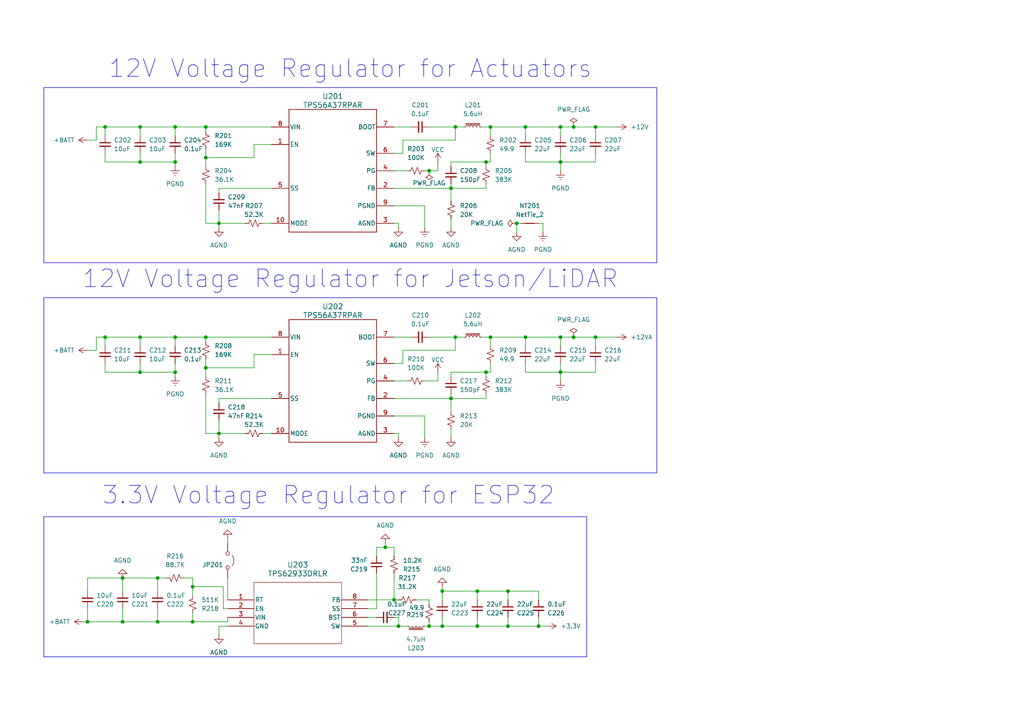
<source format=kicad_sch>
(kicad_sch (version 20250114) (generator "eeschema") (generator_version "9.0")
  (paper "A4")
  (title_block (title "NASA Lunabotics") (date "2026-01-25") (rev "3") (company "Virginia State University") (comment 1 "Christian Philpot"))
  (lib_symbols
    (symbol "Device:C_Small" (pin_numbers (hide yes)) (pin_names (offset 0.254) (hide yes))
      (property "Reference" "C" (at 0.254 1.778 0))
      (property "Value" "C_Small" (at 0.254 -2.032 0))
      (symbol "C_Small_0_1"
        (polyline (pts (xy -1.524 0.508) (xy 1.524 0.508)) (stroke (width 0.3048)))
        (polyline (pts (xy -1.524 -0.508) (xy 1.524 -0.508)) (stroke (width 0.3302)))
      )
      (symbol "C_Small_1_1"
        (pin passive line (at 0 2.54 270) (length 2.032) (name "~") (number "1"))
        (pin passive line (at 0 -2.54 90) (length 2.032) (name "~") (number "2"))
      )
    )
    (symbol "Device:L_Iron_Small" (pin_numbers (hide yes)) (pin_names (offset 0.254) (hide yes))
      (property "Reference" "L" (at 1.27 1.016 0))
      (property "Value" "L_Iron_Small" (at 1.27 -1.27 0))
      (symbol "L_Iron_Small_0_1"
        (arc (start 0 2.032) (mid 0.5058 1.524) (end 0 1.016))
        (arc (start 0 1.016) (mid 0.5058 0.508) (end 0 0))
        (arc (start 0 0) (mid 0.5058 -0.508) (end 0 -1.016))
        (arc (start 0 -1.016) (mid 0.5058 -1.524) (end 0 -2.032))
        (polyline (pts (xy 0.762 2.032) (xy 0.762 -2.032)))
        (polyline (pts (xy 1.016 -2.032) (xy 1.016 2.032)))
      )
      (symbol "L_Iron_Small_1_1"
        (pin passive line (at 0 2.54 270) (length 0.508) (name "~") (number "1"))
        (pin passive line (at 0 -2.54 90) (length 0.508) (name "~") (number "2"))
      )
    )
    (symbol "Device:NetTie_2" (pin_numbers (hide yes)) (pin_names (offset 0) (hide yes)) (in_bom no)
      (property "Reference" "NT" (at 0 1.27 0))
      (property "Value" "NetTie_2" (at 0 -1.27 0))
      (symbol "NetTie_2_0_1"
        (polyline (pts (xy -1.27 0) (xy 1.27 0)) (stroke (width 0.254)))
      )
      (symbol "NetTie_2_1_1"
        (pin passive line (at -2.54 0 0) (length 2.54) (name "1") (number "1"))
        (pin passive line (at 2.54 0 180) (length 2.54) (name "2") (number "2"))
      )
    )
    (symbol "Device:R_Small_US" (pin_numbers (hide yes)) (pin_names (offset 0.254) (hide yes))
      (property "Reference" "R" (at 0.762 0.508 0))
      (property "Value" "R_Small_US" (at 0.762 -1.016 0))
      (symbol "R_Small_US_1_1"
        (polyline (pts (xy 0 1.524) (xy 1.016 1.143) (xy 0 0.762) (xy -1.016 0.381) (xy 0 0)))
        (polyline (pts (xy 0 0) (xy 1.016 -0.381) (xy 0 -0.762) (xy -1.016 -1.143) (xy 0 -1.524)))
        (pin passive line (at 0 2.54 270) (length 1.016) (name "~") (number "1"))
        (pin passive line (at 0 -2.54 90) (length 1.016) (name "~") (number "2"))
      )
    )
    (symbol "Jumper:Jumper_2_Open" (pin_numbers (hide yes)) (pin_names (offset 0) (hide yes))
      (property "Reference" "JP" (at 0 2.794 0))
      (property "Value" "Jumper_2_Open" (at 0 -2.286 0))
      (symbol "Jumper_2_Open_0_0"
        (circle (center -2.032 0) (radius 0.508))
        (circle (center 2.032 0) (radius 0.508))
      )
      (symbol "Jumper_2_Open_0_1"
        (arc (start -1.524 1.27) (mid 0 1.778) (end 1.524 1.27))
      )
      (symbol "Jumper_2_Open_1_1"
        (pin passive line (at -5.08 0 0) (length 2.54) (name "A") (number "1"))
        (pin passive line (at 5.08 0 180) (length 2.54) (name "B") (number "2"))
      )
    )
    (symbol "TPS56A37RPAR:TPS56A37RPAR" (pin_names (offset 0.254))
      (property "Reference" "U" (at 0 2.54 0))
      (property "Value" "TPS56A37RPAR" (at 0 0 0))
      (symbol "TPS56A37RPAR_0_1"
        (polyline (pts (xy 5.08 5.08) (xy 5.08 -30.48)) (stroke (width 0.2032)))
        (polyline (pts (xy 5.08 -30.48) (xy 30.48 -30.48)) (stroke (width 0.2032)))
        (polyline (pts (xy 30.48 5.08) (xy 5.08 5.08)) (stroke (width 0.2032)))
        (polyline (pts (xy 30.48 -30.48) (xy 30.48 5.08)) (stroke (width 0.2032)))
        (pin power_in line (at 0 0 0) (length 5.08) (name "VIN") (number "8"))
        (pin input line (at 0 -5.08 0) (length 5.08) (name "EN") (number "1"))
        (pin passive line (at 0 -17.78 0) (length 5.08) (name "SS") (number "5"))
        (pin passive line (at 0 -27.94 0) (length 5.08) (name "MODE") (number "10"))
        (pin passive line (at 35.56 0 180) (length 5.08) (name "BOOT") (number "7"))
        (pin power_out line (at 35.56 -7.62 180) (length 5.08) (name "SW") (number "6"))
        (pin open_collector line (at 35.56 -12.7 180) (length 5.08) (name "PG") (number "4"))
        (pin power_in line (at 35.56 -22.86 180) (length 5.08) (name "PGND") (number "9"))
        (pin power_in line (at 35.56 -27.94 180) (length 5.08) (name "AGND") (number "3"))
      )
      (symbol "TPS56A37RPAR_1_1"
        (pin passive line (at 35.56 -17.78 180) (length 5.08) (name "FB") (number "2"))
      )
    )
    (symbol "TPS62933DRLR:TPS62933DRLR" (pin_names (offset 0.254))
      (property "Reference" "U" (at 20.32 10.16 0))
      (property "Value" "TPS62933DRLR" (at 20.32 7.62 0))
      (symbol "TPS62933DRLR_0_1"
        (polyline (pts (xy 7.62 5.08) (xy 7.62 -12.7)) (stroke (width 0.127)))
        (polyline (pts (xy 7.62 -12.7) (xy 33.02 -12.7)) (stroke (width 0.127)))
        (polyline (pts (xy 33.02 5.08) (xy 7.62 5.08)) (stroke (width 0.127)))
        (polyline (pts (xy 33.02 -12.7) (xy 33.02 5.08)) (stroke (width 0.127)))
        (pin passive line (at 0 0 0) (length 7.62) (name "RT") (number "1"))
        (pin passive line (at 0 -2.54 0) (length 7.62) (name "EN") (number "2"))
        (pin power_in line (at 0 -5.08 0) (length 7.62) (name "VIN") (number "3"))
        (pin power_in line (at 0 -7.62 0) (length 7.62) (name "GND") (number "4"))
        (pin passive line (at 40.64 0 180) (length 7.62) (name "FB") (number "8"))
        (pin passive line (at 40.64 -2.54 180) (length 7.62) (name "SS") (number "7"))
        (pin power_out line (at 40.64 -5.08 180) (length 7.62) (name "BST") (number "6"))
        (pin power_out line (at 40.64 -7.62 180) (length 7.62) (name "SW") (number "5"))
      )
    )
    (symbol "power:+12V" (power) (pin_numbers (hide yes)) (pin_names (offset 0) (hide yes))
      (property "Value" "+12V" (at 0 3.556 0))
      (symbol "+12V_0_1"
        (polyline (pts (xy -0.762 1.27) (xy 0 2.54)))
        (polyline (pts (xy 0 2.54) (xy 0.762 1.27)))
        (polyline (pts (xy 0 0) (xy 0 2.54)))
      )
      (symbol "+12V_1_1"
        (pin power_in line (at 0 0 90) (length 0) (name "~") (number "1"))
      )
    )
    (symbol "power:+12VA" (power) (pin_numbers (hide yes)) (pin_names (offset 0) (hide yes))
      (property "Value" "+12VA" (at 0 3.556 0))
      (symbol "+12VA_0_1"
        (polyline (pts (xy -0.762 1.27) (xy 0 2.54)))
        (polyline (pts (xy 0 2.54) (xy 0.762 1.27)))
        (polyline (pts (xy 0 0) (xy 0 2.54)))
      )
      (symbol "+12VA_1_1"
        (pin power_in line (at 0 0 90) (length 0) (name "~") (number "1"))
      )
    )
    (symbol "power:+3.3V" (power) (pin_numbers (hide yes)) (pin_names (offset 0) (hide yes))
      (property "Value" "+3.3V" (at 0 3.556 0))
      (symbol "+3.3V_0_1"
        (polyline (pts (xy -0.762 1.27) (xy 0 2.54)))
        (polyline (pts (xy 0 2.54) (xy 0.762 1.27)))
        (polyline (pts (xy 0 0) (xy 0 2.54)))
      )
      (symbol "+3.3V_1_1"
        (pin power_in line (at 0 0 90) (length 0) (name "~") (number "1"))
      )
    )
    (symbol "power:+BATT" (power) (pin_numbers (hide yes)) (pin_names (offset 0) (hide yes))
      (property "Value" "+BATT" (at 0 3.556 0))
      (symbol "+BATT_0_1"
        (polyline (pts (xy -0.762 1.27) (xy 0 2.54)))
        (polyline (pts (xy 0 2.54) (xy 0.762 1.27)))
        (polyline (pts (xy 0 0) (xy 0 2.54)))
      )
      (symbol "+BATT_1_1"
        (pin power_in line (at 0 0 90) (length 0) (name "~") (number "1"))
      )
    )
    (symbol "power:Earth" (power) (pin_numbers (hide yes)) (pin_names (offset 0) (hide yes))
      (property "Value" "Earth" (at 0 -3.81 0))
      (symbol "Earth_0_1"
        (polyline (pts (xy -0.635 -1.905) (xy 0.635 -1.905)))
        (polyline (pts (xy -0.127 -2.54) (xy 0.127 -2.54)))
        (polyline (pts (xy 0 -1.27) (xy 0 0)))
        (polyline (pts (xy 1.27 -1.27) (xy -1.27 -1.27)))
      )
      (symbol "Earth_1_1"
        (pin power_in line (at 0 0 270) (length 0) (name "~") (number "1"))
      )
    )
    (symbol "power:GND" (power) (pin_numbers (hide yes)) (pin_names (offset 0) (hide yes))
      (property "Value" "GND" (at 0 -3.81 0))
      (symbol "GND_0_1"
        (polyline (pts (xy 0 0) (xy 0 -1.27) (xy 1.27 -1.27) (xy 0 -2.54) (xy -1.27 -1.27) (xy 0 -1.27)))
      )
      (symbol "GND_1_1"
        (pin power_in line (at 0 0 270) (length 0) (name "~") (number "1"))
      )
    )
    (symbol "power:PWR_FLAG" (power) (pin_numbers (hide yes)) (pin_names (offset 0) (hide yes))
      (property "Value" "PWR_FLAG" (at 0 3.81 0))
      (symbol "PWR_FLAG_0_0"
        (pin power_out line (at 0 0 90) (length 0) (name "~") (number "1"))
      )
      (symbol "PWR_FLAG_0_1"
        (polyline (pts (xy 0 0) (xy 0 1.27) (xy -1.016 1.905) (xy 0 2.54) (xy 1.016 1.905) (xy 0 1.27)))
      )
    )
    (symbol "power:VCC" (power) (pin_numbers (hide yes)) (pin_names (offset 0) (hide yes))
      (property "Value" "VCC" (at 0 3.556 0))
      (symbol "VCC_0_1"
        (polyline (pts (xy -0.762 1.27) (xy 0 2.54)))
        (polyline (pts (xy 0 2.54) (xy 0.762 1.27)))
        (polyline (pts (xy 0 0) (xy 0 2.54)))
      )
      (symbol "VCC_1_1"
        (pin power_in line (at 0 0 90) (length 0) (name "~") (number "1"))
      )
    )
  )
  (rectangle (start 12.7 86.36) (end 190.5 137.16))
  (rectangle (start 12.7 149.86) (end 170.18 190.5))
  (rectangle (start 12.7 25.4) (end 190.5 76.2))
  (text "12V Voltage Regulator for Actuators" (at 101.6 20.066 0) (effects (font (size 5.08 5.08))))
  (text "3.3V Voltage Regulator for ESP32" (at 95.25 143.764 0) (effects (font (size 5.08 5.08))))
  (text "12V Voltage Regulator for Jetson/LiDAR" (at 101.6 81.026 0) (effects (font (size 5.08 5.08))))
  (text "" (at 97.536 22.098 0) (effects (font (size 5.08 5.08))))
  (junction (at 35.56 167.64))
  (junction (at 50.8 97.79))
  (junction (at 115.57 181.61))
  (junction (at 152.4 36.83))
  (junction (at 138.43 171.45))
  (junction (at 55.88 170.18))
  (junction (at 172.72 36.83))
  (junction (at 59.69 36.83))
  (junction (at 138.43 181.61))
  (junction (at 40.64 46.99))
  (junction (at 59.69 97.79))
  (junction (at 132.08 36.83))
  (junction (at 166.37 36.83))
  (junction (at 156.21 181.61))
  (junction (at 130.81 54.61))
  (junction (at 55.88 180.34))
  (junction (at 162.56 97.79))
  (junction (at 128.27 171.45))
  (junction (at 45.72 180.34))
  (junction (at 111.76 158.75))
  (junction (at 140.97 107.95))
  (junction (at 162.56 36.83))
  (junction (at 162.56 107.95))
  (junction (at 147.32 181.61))
  (junction (at 172.72 97.79))
  (junction (at 140.97 46.99))
  (junction (at 147.32 171.45))
  (junction (at 50.8 107.95))
  (junction (at 124.46 181.61))
  (junction (at 30.48 36.83))
  (junction (at 132.08 97.79))
  (junction (at 40.64 36.83))
  (junction (at 40.64 97.79))
  (junction (at 149.86 64.77))
  (junction (at 59.69 106.68))
  (junction (at 35.56 180.34))
  (junction (at 25.4 180.34))
  (junction (at 166.37 97.79))
  (junction (at 142.24 36.83))
  (junction (at 162.56 46.99))
  (junction (at 152.4 97.79))
  (junction (at 30.48 97.79))
  (junction (at 124.46 49.53))
  (junction (at 50.8 36.83))
  (junction (at 63.5 64.77))
  (junction (at 45.72 167.64))
  (junction (at 142.24 97.79))
  (junction (at 63.5 125.73))
  (junction (at 50.8 46.99))
  (junction (at 130.81 115.57))
  (junction (at 128.27 181.61))
  (junction (at 114.3 173.99))
  (junction (at 59.69 45.72))
  (junction (at 40.64 107.95))
  (wire (pts (xy 124.46 180.34) (xy 124.46 181.61)))
  (wire (pts (xy 76.2 64.77) (xy 78.74 64.77)))
  (wire (pts (xy 140.97 48.26) (xy 140.97 46.99)))
  (wire (pts (xy 123.19 59.69) (xy 123.19 66.04)))
  (wire (pts (xy 138.43 173.99) (xy 138.43 171.45)))
  (wire (pts (xy 142.24 97.79) (xy 152.4 97.79)))
  (wire (pts (xy 130.81 107.95) (xy 130.81 109.22)))
  (wire (pts (xy 53.34 167.64) (xy 55.88 167.64)))
  (wire (pts (xy 25.4 40.64) (xy 27.94 40.64)))
  (wire (pts (xy 140.97 114.3) (xy 140.97 115.57)))
  (wire (pts (xy 109.22 166.37) (xy 109.22 176.53)))
  (wire (pts (xy 63.5 125.73) (xy 63.5 127)))
  (wire (pts (xy 114.3 120.65) (xy 123.19 120.65)))
  (wire (pts (xy 114.3 97.79) (xy 119.38 97.79)))
  (wire (pts (xy 124.46 175.26) (xy 124.46 173.99)))
  (wire (pts (xy 40.64 107.95) (xy 30.48 107.95)))
  (wire (pts (xy 114.3 54.61) (xy 130.81 54.61)))
  (wire (pts (xy 166.37 97.79) (xy 172.72 97.79)))
  (wire (pts (xy 124.46 97.79) (xy 132.08 97.79)))
  (wire (pts (xy 114.3 158.75) (xy 114.3 161.29)))
  (wire (pts (xy 172.72 105.41) (xy 172.72 107.95)))
  (wire (pts (xy 116.84 101.6) (xy 116.84 105.41)))
  (wire (pts (xy 40.64 36.83) (xy 50.8 36.83)))
  (wire (pts (xy 40.64 97.79) (xy 50.8 97.79)))
  (wire (pts (xy 152.4 44.45) (xy 152.4 46.99)))
  (wire (pts (xy 147.32 173.99) (xy 147.32 171.45)))
  (wire (pts (xy 142.24 39.37) (xy 142.24 36.83)))
  (wire (pts (xy 45.72 180.34) (xy 55.88 180.34)))
  (wire (pts (xy 162.56 44.45) (xy 162.56 46.99)))
  (wire (pts (xy 123.19 49.53) (xy 124.46 49.53)))
  (wire (pts (xy 45.72 167.64) (xy 48.26 167.64)))
  (wire (pts (xy 157.48 64.77) (xy 156.21 64.77)))
  (wire (pts (xy 162.56 36.83) (xy 166.37 36.83)))
  (wire (pts (xy 132.08 36.83) (xy 134.62 36.83)))
  (wire (pts (xy 114.3 49.53) (xy 118.11 49.53)))
  (wire (pts (xy 124.46 49.53) (xy 127 49.53)))
  (wire (pts (xy 152.4 105.41) (xy 152.4 107.95)))
  (wire (pts (xy 59.69 114.3) (xy 59.69 125.73)))
  (wire (pts (xy 172.72 44.45) (xy 172.72 46.99)))
  (wire (pts (xy 124.46 36.83) (xy 132.08 36.83)))
  (wire (pts (xy 35.56 180.34) (xy 35.56 176.53)))
  (wire (pts (xy 172.72 36.83) (xy 172.72 39.37)))
  (wire (pts (xy 115.57 179.07) (xy 115.57 181.61)))
  (wire (pts (xy 30.48 107.95) (xy 30.48 105.41)))
  (wire (pts (xy 59.69 125.73) (xy 63.5 125.73)))
  (wire (pts (xy 115.57 127) (xy 115.57 125.73)))
  (wire (pts (xy 116.84 101.6) (xy 132.08 101.6)))
  (wire (pts (xy 106.68 179.07) (xy 109.22 179.07)))
  (wire (pts (xy 162.56 46.99) (xy 162.56 49.53)))
  (wire (pts (xy 50.8 97.79) (xy 50.8 100.33)))
  (wire (pts (xy 63.5 55.88) (xy 63.5 54.61)))
  (wire (pts (xy 162.56 107.95) (xy 162.56 110.49)))
  (wire (pts (xy 63.5 125.73) (xy 71.12 125.73)))
  (wire (pts (xy 156.21 179.07) (xy 156.21 181.61)))
  (wire (pts (xy 162.56 97.79) (xy 152.4 97.79)))
  (wire (pts (xy 130.81 54.61) (xy 140.97 54.61)))
  (wire (pts (xy 116.84 40.64) (xy 132.08 40.64)))
  (wire (pts (xy 156.21 171.45) (xy 147.32 171.45)))
  (wire (pts (xy 162.56 107.95) (xy 172.72 107.95)))
  (wire (pts (xy 142.24 97.79) (xy 139.7 97.79)))
  (wire (pts (xy 130.81 63.5) (xy 130.81 66.04)))
  (wire (pts (xy 35.56 167.64) (xy 45.72 167.64)))
  (wire (pts (xy 109.22 158.75) (xy 109.22 161.29)))
  (wire (pts (xy 55.88 170.18) (xy 55.88 167.64)))
  (wire (pts (xy 50.8 105.41) (xy 50.8 107.95)))
  (wire (pts (xy 138.43 181.61) (xy 138.43 179.07)))
  (wire (pts (xy 138.43 181.61) (xy 147.32 181.61)))
  (wire (pts (xy 147.32 181.61) (xy 156.21 181.61)))
  (wire (pts (xy 35.56 180.34) (xy 45.72 180.34)))
  (wire (pts (xy 50.8 107.95) (xy 40.64 107.95)))
  (wire (pts (xy 106.68 173.99) (xy 114.3 173.99)))
  (wire (pts (xy 50.8 97.79) (xy 59.69 97.79)))
  (wire (pts (xy 63.5 115.57) (xy 78.74 115.57)))
  (wire (pts (xy 130.81 115.57) (xy 140.97 115.57)))
  (wire (pts (xy 59.69 36.83) (xy 78.74 36.83)))
  (wire (pts (xy 162.56 105.41) (xy 162.56 107.95)))
  (wire (pts (xy 63.5 181.61) (xy 63.5 184.15)))
  (wire (pts (xy 162.56 46.99) (xy 172.72 46.99)))
  (wire (pts (xy 59.69 97.79) (xy 78.74 97.79)))
  (wire (pts (xy 140.97 53.34) (xy 140.97 54.61)))
  (wire (pts (xy 157.48 64.77) (xy 157.48 67.31)))
  (wire (pts (xy 109.22 158.75) (xy 111.76 158.75)))
  (wire (pts (xy 172.72 97.79) (xy 179.07 97.79)))
  (wire (pts (xy 106.68 181.61) (xy 115.57 181.61)))
  (wire (pts (xy 55.88 180.34) (xy 66.04 180.34)))
  (wire (pts (xy 66.04 180.34) (xy 66.04 179.07)))
  (wire (pts (xy 111.76 158.75) (xy 114.3 158.75)))
  (wire (pts (xy 55.88 170.18) (xy 64.77 170.18)))
  (wire (pts (xy 63.5 64.77) (xy 71.12 64.77)))
  (wire (pts (xy 59.69 106.68) (xy 73.66 106.68)))
  (wire (pts (xy 114.3 59.69) (xy 123.19 59.69)))
  (wire (pts (xy 25.4 180.34) (xy 25.4 176.53)))
  (wire (pts (xy 128.27 171.45) (xy 128.27 173.99)))
  (wire (pts (xy 40.64 44.45) (xy 40.64 46.99)))
  (wire (pts (xy 127 110.49) (xy 127 107.95)))
  (wire (pts (xy 128.27 171.45) (xy 128.27 170.18)))
  (wire (pts (xy 130.81 107.95) (xy 140.97 107.95)))
  (wire (pts (xy 35.56 171.45) (xy 35.56 167.64)))
  (wire (pts (xy 50.8 107.95) (xy 50.8 109.22)))
  (wire (pts (xy 142.24 36.83) (xy 152.4 36.83)))
  (wire (pts (xy 132.08 101.6) (xy 132.08 97.79)))
  (wire (pts (xy 123.19 181.61) (xy 124.46 181.61)))
  (wire (pts (xy 130.81 46.99) (xy 140.97 46.99)))
  (wire (pts (xy 50.8 46.99) (xy 50.8 48.26)))
  (wire (pts (xy 30.48 36.83) (xy 40.64 36.83)))
  (wire (pts (xy 55.88 180.34) (xy 55.88 177.8)))
  (wire (pts (xy 128.27 181.61) (xy 128.27 179.07)))
  (wire (pts (xy 59.69 45.72) (xy 59.69 48.26)))
  (wire (pts (xy 115.57 125.73) (xy 114.3 125.73)))
  (wire (pts (xy 172.72 97.79) (xy 172.72 100.33)))
  (wire (pts (xy 162.56 36.83) (xy 152.4 36.83)))
  (wire (pts (xy 115.57 64.77) (xy 114.3 64.77)))
  (wire (pts (xy 59.69 64.77) (xy 63.5 64.77)))
  (wire (pts (xy 140.97 107.95) (xy 142.24 107.95)))
  (wire (pts (xy 130.81 53.34) (xy 130.81 54.61)))
  (wire (pts (xy 142.24 36.83) (xy 139.7 36.83)))
  (wire (pts (xy 76.2 125.73) (xy 78.74 125.73)))
  (wire (pts (xy 162.56 100.33) (xy 162.56 97.79)))
  (wire (pts (xy 24.13 180.34) (xy 25.4 180.34)))
  (wire (pts (xy 152.4 46.99) (xy 162.56 46.99)))
  (wire (pts (xy 25.4 167.64) (xy 35.56 167.64)))
  (wire (pts (xy 147.32 181.61) (xy 147.32 179.07)))
  (wire (pts (xy 152.4 39.37) (xy 152.4 36.83)))
  (wire (pts (xy 130.81 54.61) (xy 130.81 58.42)))
  (wire (pts (xy 152.4 100.33) (xy 152.4 97.79)))
  (wire (pts (xy 130.81 46.99) (xy 130.81 48.26)))
  (wire (pts (xy 149.86 64.77) (xy 151.13 64.77)))
  (wire (pts (xy 50.8 46.99) (xy 40.64 46.99)))
  (wire (pts (xy 59.69 97.79) (xy 59.69 99.06)))
  (wire (pts (xy 30.48 97.79) (xy 40.64 97.79)))
  (wire (pts (xy 123.19 110.49) (xy 127 110.49)))
  (wire (pts (xy 162.56 97.79) (xy 166.37 97.79)))
  (wire (pts (xy 162.56 39.37) (xy 162.56 36.83)))
  (wire (pts (xy 30.48 46.99) (xy 30.48 44.45)))
  (wire (pts (xy 50.8 44.45) (xy 50.8 46.99)))
  (wire (pts (xy 142.24 100.33) (xy 142.24 97.79)))
  (wire (pts (xy 27.94 36.83) (xy 30.48 36.83)))
  (wire (pts (xy 64.77 170.18) (xy 64.77 176.53)))
  (wire (pts (xy 66.04 156.21) (xy 66.04 157.48)))
  (wire (pts (xy 59.69 106.68) (xy 59.69 109.22)))
  (wire (pts (xy 27.94 97.79) (xy 30.48 97.79)))
  (wire (pts (xy 30.48 36.83) (xy 30.48 39.37)))
  (wire (pts (xy 140.97 109.22) (xy 140.97 107.95)))
  (wire (pts (xy 27.94 101.6) (xy 27.94 97.79)))
  (wire (pts (xy 73.66 102.87) (xy 78.74 102.87)))
  (wire (pts (xy 40.64 36.83) (xy 40.64 39.37)))
  (wire (pts (xy 25.4 171.45) (xy 25.4 167.64)))
  (wire (pts (xy 116.84 44.45) (xy 114.3 44.45)))
  (wire (pts (xy 149.86 64.77) (xy 149.86 67.31)))
  (wire (pts (xy 45.72 180.34) (xy 45.72 176.53)))
  (wire (pts (xy 63.5 60.96) (xy 63.5 64.77)))
  (wire (pts (xy 50.8 36.83) (xy 59.69 36.83)))
  (wire (pts (xy 130.81 115.57) (xy 130.81 119.38)))
  (wire (pts (xy 55.88 172.72) (xy 55.88 170.18)))
  (wire (pts (xy 114.3 36.83) (xy 119.38 36.83)))
  (wire (pts (xy 73.66 106.68) (xy 73.66 102.87)))
  (wire (pts (xy 172.72 36.83) (xy 179.07 36.83)))
  (wire (pts (xy 66.04 181.61) (xy 63.5 181.61)))
  (wire (pts (xy 59.69 53.34) (xy 59.69 64.77)))
  (wire (pts (xy 120.65 173.99) (xy 124.46 173.99)))
  (wire (pts (xy 130.81 114.3) (xy 130.81 115.57)))
  (wire (pts (xy 109.22 176.53) (xy 106.68 176.53)))
  (wire (pts (xy 116.84 105.41) (xy 114.3 105.41)))
  (wire (pts (xy 63.5 64.77) (xy 63.5 66.04)))
  (wire (pts (xy 138.43 171.45) (xy 147.32 171.45)))
  (wire (pts (xy 142.24 44.45) (xy 142.24 46.99)))
  (wire (pts (xy 152.4 107.95) (xy 162.56 107.95)))
  (wire (pts (xy 30.48 97.79) (xy 30.48 100.33)))
  (wire (pts (xy 111.76 158.75) (xy 111.76 157.48)))
  (wire (pts (xy 166.37 36.83) (xy 172.72 36.83)))
  (wire (pts (xy 140.97 46.99) (xy 142.24 46.99)))
  (wire (pts (xy 40.64 105.41) (xy 40.64 107.95)))
  (wire (pts (xy 158.75 181.61) (xy 156.21 181.61)))
  (wire (pts (xy 114.3 115.57) (xy 130.81 115.57)))
  (wire (pts (xy 142.24 105.41) (xy 142.24 107.95)))
  (wire (pts (xy 63.5 121.92) (xy 63.5 125.73)))
  (wire (pts (xy 25.4 180.34) (xy 35.56 180.34)))
  (wire (pts (xy 132.08 97.79) (xy 134.62 97.79)))
  (wire (pts (xy 59.69 43.18) (xy 59.69 45.72)))
  (wire (pts (xy 116.84 40.64) (xy 116.84 44.45)))
  (wire (pts (xy 66.04 167.64) (xy 66.04 173.99)))
  (wire (pts (xy 127 49.53) (xy 127 46.99)))
  (wire (pts (xy 124.46 181.61) (xy 128.27 181.61)))
  (wire (pts (xy 45.72 167.64) (xy 45.72 171.45)))
  (wire (pts (xy 40.64 46.99) (xy 30.48 46.99)))
  (wire (pts (xy 114.3 179.07) (xy 115.57 179.07)))
  (wire (pts (xy 63.5 54.61) (xy 78.74 54.61)))
  (wire (pts (xy 64.77 176.53) (xy 66.04 176.53)))
  (wire (pts (xy 114.3 110.49) (xy 118.11 110.49)))
  (wire (pts (xy 25.4 101.6) (xy 27.94 101.6)))
  (wire (pts (xy 27.94 40.64) (xy 27.94 36.83)))
  (wire (pts (xy 128.27 171.45) (xy 138.43 171.45)))
  (wire (pts (xy 63.5 116.84) (xy 63.5 115.57)))
  (wire (pts (xy 50.8 36.83) (xy 50.8 39.37)))
  (wire (pts (xy 115.57 181.61) (xy 118.11 181.61)))
  (wire (pts (xy 130.81 124.46) (xy 130.81 127)))
  (wire (pts (xy 156.21 173.99) (xy 156.21 171.45)))
  (wire (pts (xy 73.66 45.72) (xy 73.66 41.91)))
  (wire (pts (xy 128.27 181.61) (xy 138.43 181.61)))
  (wire (pts (xy 40.64 97.79) (xy 40.64 100.33)))
  (wire (pts (xy 114.3 166.37) (xy 114.3 173.99)))
  (wire (pts (xy 59.69 104.14) (xy 59.69 106.68)))
  (wire (pts (xy 132.08 40.64) (xy 132.08 36.83)))
  (wire (pts (xy 73.66 41.91) (xy 78.74 41.91)))
  (wire (pts (xy 123.19 120.65) (xy 123.19 127)))
  (wire (pts (xy 114.3 173.99) (xy 115.57 173.99)))
  (wire (pts (xy 59.69 45.72) (xy 73.66 45.72)))
  (wire (pts (xy 115.57 66.04) (xy 115.57 64.77)))
  (wire (pts (xy 59.69 36.83) (xy 59.69 38.1)))
  (symbol (lib_id "power:+BATT") (at 25.4 101.6 90) (unit 1)
    (property "Reference" "#PWR0213" (effects (hide yes)))
    (property "Value" "+BATT" (at 21.59 101.5999 90) (effects (justify left)))
    (property "Description" "Power symbol creates a global label with name \"+BATT\"" (effects (hide yes)))
  )
  (symbol (lib_id "Device:L_Iron_Small") (at 137.16 36.83 90) (unit 1)
    (property "Reference" "L201" (at 137.16 30.48 90))
    (property "Value" "5.6uH" (at 137.16 33.02 90))
    (property "Footprint" "IHLP6767DZER5R6M11:IND_IHLP-6767DZ_VIS-M" (effects (hide yes)))
    (property "Description" "Inductor with iron core, small symbol" (effects (hide yes)))
  )
  (symbol (lib_id "power:+BATT") (at 24.13 180.34 90) (mirror x) (unit 1)
    (property "Reference" "#PWR0226" (effects (hide yes)))
    (property "Value" "+BATT" (at 20.32 180.3401 90) (effects (justify left)))
    (property "Description" "Power symbol creates a global label with name \"+BATT\"" (effects (hide yes)))
  )
  (symbol (lib_id "power:+3.3V") (at 158.75 181.61 270) (mirror x) (unit 1)
    (property "Reference" "#PWR0227" (effects (hide yes)))
    (property "Value" "+3.3V" (at 162.56 181.6101 90) (effects (justify left)))
    (property "Description" "Power symbol creates a global label with name \"+3.3V\"" (effects (hide yes)))
  )
  (symbol (lib_id "power:Earth") (at 162.56 49.53 0) (mirror y) (unit 1)
    (property "Reference" "#PWR0205" (effects (hide yes)))
    (property "Value" "PGND" (at 162.56 54.61 0))
    (property "Description" "Power symbol creates a global label with name \"Earth\"" (effects (hide yes)))
  )
  (symbol (lib_id "Device:C_Small") (at 30.48 41.91 0) (unit 1)
    (property "Reference" "C202" (at 33.02 40.6462 0) (effects (justify left)))
    (property "Value" "10uF" (at 33.02 43.1862 0) (effects (justify left)))
    (property "Footprint" "Capacitor_SMD:C_1206_3216Metric_Pad1.33x1.80mm_HandSolder" (effects (hide yes)))
    (property "Description" "Unpolarized capacitor, small symbol" (effects (hide yes)))
  )
  (symbol (lib_id "Device:C_Small") (at 162.56 102.87 0) (unit 1)
    (property "Reference" "C215" (at 165.1 101.6062 0) (effects (justify left)))
    (property "Value" "22uF" (at 165.1 104.1462 0) (effects (justify left)))
    (property "Footprint" "Capacitor_SMD:C_1210_3225Metric_Pad1.33x2.70mm_HandSolder" (effects (hide yes)))
    (property "Description" "Unpolarized capacitor, small symbol" (effects (hide yes)))
  )
  (symbol (lib_id "power:Earth") (at 157.48 67.31 0) (unit 1)
    (property "Reference" "#PWR0211" (effects (hide yes)))
    (property "Value" "PGND" (at 157.48 72.39 0))
    (property "Description" "Power symbol creates a global label with name \"Earth\"" (effects (hide yes)))
  )
  (symbol (lib_id "Device:C_Small") (at 121.92 36.83 270) (unit 1)
    (property "Reference" "C201" (at 121.9136 30.48 90))
    (property "Value" "0.1uF" (at 121.9136 33.02 90))
    (property "Footprint" "Capacitor_SMD:C_0402_1005Metric_Pad0.74x0.62mm_HandSolder" (effects (hide yes)))
    (property "Description" "Unpolarized capacitor, small symbol" (effects (hide yes)))
  )
  (symbol (lib_id "power:GND") (at 35.56 167.64 0) (mirror x) (unit 1)
    (property "Reference" "#PWR0224" (effects (hide yes)))
    (property "Value" "AGND" (at 35.56 162.56 0))
    (property "Description" "Power symbol creates a global label with name \"GND\" , ground" (effects (hide yes)))
  )
  (symbol (lib_id "Device:C_Small") (at 130.81 50.8 0) (unit 1)
    (property "Reference" "C208" (at 133.35 49.5362 0) (effects (justify left)))
    (property "Value" "150pF" (at 133.35 52.0762 0) (effects (justify left)))
    (property "Footprint" "Capacitor_SMD:C_0402_1005Metric_Pad0.74x0.62mm_HandSolder" (effects (hide yes)))
    (property "Description" "Unpolarized capacitor, small symbol" (effects (hide yes)))
  )
  (symbol (lib_id "power:GND") (at 130.81 127 0) (unit 1)
    (property "Reference" "#PWR0220" (effects (hide yes)))
    (property "Value" "AGND" (at 130.81 132.08 0))
    (property "Description" "Power symbol creates a global label with name \"GND\" , ground" (effects (hide yes)))
  )
  (symbol (lib_id "power:GND") (at 128.27 170.18 0) (mirror x) (unit 1)
    (property "Reference" "#PWR0225" (effects (hide yes)))
    (property "Value" "AGND" (at 128.27 165.1 0))
    (property "Description" "Power symbol creates a global label with name \"GND\" , ground" (effects (hide yes)))
  )
  (symbol (lib_id "Device:R_Small_US") (at 118.11 173.99 90) (unit 1)
    (property "Reference" "R217" (at 118.11 167.64 90))
    (property "Value" "31.2K" (at 118.11 170.18 90))
    (property "Footprint" "Resistor_SMD:R_0603_1608Metric_Pad0.98x0.95mm_HandSolder" (effects (hide yes)))
    (property "Description" "Resistor, small US symbol" (effects (hide yes)))
  )
  (symbol (lib_id "Device:R_Small_US") (at 50.8 167.64 270) (mirror x) (unit 1)
    (property "Reference" "R216" (at 50.8 161.29 90))
    (property "Value" "88.7K" (at 50.8 163.83 90))
    (property "Footprint" "Resistor_SMD:R_0603_1608Metric_Pad0.98x0.95mm_HandSolder" (effects (hide yes)))
    (property "Description" "Resistor, small US symbol" (effects (hide yes)))
  )
  (symbol (lib_id "Device:C_Small") (at 40.64 102.87 0) (unit 1)
    (property "Reference" "C212" (at 43.18 101.6062 0) (effects (justify left)))
    (property "Value" "10uF" (at 43.18 104.1462 0) (effects (justify left)))
    (property "Footprint" "Capacitor_SMD:C_1206_3216Metric_Pad1.33x1.80mm_HandSolder" (effects (hide yes)))
    (property "Description" "Unpolarized capacitor, small symbol" (effects (hide yes)))
  )
  (symbol (lib_id "power:Earth") (at 50.8 48.26 0) (unit 1)
    (property "Reference" "#PWR0204" (effects (hide yes)))
    (property "Value" "PGND" (at 50.8 53.34 0))
    (property "Description" "Power symbol creates a global label with name \"Earth\"" (effects (hide yes)))
  )
  (symbol (lib_id "power:+BATT") (at 25.4 40.64 90) (unit 1)
    (property "Reference" "#PWR0202" (effects (hide yes)))
    (property "Value" "+BATT" (at 21.59 40.6399 90) (effects (justify left)))
    (property "Description" "Power symbol creates a global label with name \"+BATT\"" (effects (hide yes)))
  )
  (symbol (lib_id "power:GND") (at 115.57 66.04 0) (unit 1)
    (property "Reference" "#PWR0207" (effects (hide yes)))
    (property "Value" "AGND" (at 115.57 71.12 0))
    (property "Description" "Power symbol creates a global label with name \"GND\" , ground" (effects (hide yes)))
  )
  (symbol (lib_id "Device:NetTie_2") (at 153.67 64.77 0) (unit 1) (in_bom no)
    (property "Reference" "NT201" (at 153.67 59.69 0))
    (property "Value" "NetTie_2" (at 153.67 62.23 0))
    (property "Footprint" "NetTie:NetTie-2_THT_Pad1.0mm" (effects (hide yes)))
    (property "Description" "Net tie, 2 pins" (effects (hide yes)))
  )
  (symbol (lib_id "power:GND") (at 130.81 66.04 0) (unit 1)
    (property "Reference" "#PWR0209" (effects (hide yes)))
    (property "Value" "AGND" (at 130.81 71.12 0))
    (property "Description" "Power symbol creates a global label with name \"GND\" , ground" (effects (hide yes)))
  )
  (symbol (lib_id "Device:R_Small_US") (at 120.65 110.49 90) (unit 1)
    (property "Reference" "R210" (at 120.65 104.14 90))
    (property "Value" "100K" (at 120.65 106.68 90))
    (property "Footprint" "Resistor_SMD:R_0603_1608Metric_Pad0.98x0.95mm_HandSolder" (effects (hide yes)))
    (property "Description" "Resistor, small US symbol" (effects (hide yes)))
  )
  (symbol (lib_id "Device:C_Small") (at 50.8 102.87 0) (unit 1)
    (property "Reference" "C213" (at 53.34 101.6062 0) (effects (justify left)))
    (property "Value" "0.1uF" (at 53.34 104.1462 0) (effects (justify left)))
    (property "Footprint" "Capacitor_SMD:C_0402_1005Metric_Pad0.74x0.62mm_HandSolder" (effects (hide yes)))
    (property "Description" "Unpolarized capacitor, small symbol" (effects (hide yes)))
  )
  (symbol (lib_id "power:PWR_FLAG") (at 149.86 64.77 90) (unit 1)
    (property "Reference" "#FLG0203" (effects (hide yes)))
    (property "Value" "PWR_FLAG" (at 146.05 64.7699 90) (effects (justify left)))
    (property "Description" "Special symbol for telling ERC where power comes from" (effects (hide yes)))
  )
  (symbol (lib_id "Device:C_Small") (at 152.4 102.87 0) (unit 1)
    (property "Reference" "C214" (at 154.94 101.6062 0) (effects (justify left)))
    (property "Value" "22uF" (at 154.94 104.1462 0) (effects (justify left)))
    (property "Footprint" "Capacitor_SMD:C_1210_3225Metric_Pad1.33x2.70mm_HandSolder" (effects (hide yes)))
    (property "Description" "Unpolarized capacitor, small symbol" (effects (hide yes)))
  )
  (symbol (lib_id "power:GND") (at 149.86 67.31 0) (unit 1)
    (property "Reference" "#PWR0210" (effects (hide yes)))
    (property "Value" "AGND" (at 149.86 72.39 0))
    (property "Description" "Power symbol creates a global label with name \"GND\" , ground" (effects (hide yes)))
  )
  (symbol (lib_id "Device:C_Small") (at 109.22 163.83 180) (unit 1)
    (property "Reference" "C219" (at 106.68 165.0938 0) (effects (justify left)))
    (property "Value" "33nF" (at 106.68 162.5538 0) (effects (justify left)))
    (property "Footprint" "Capacitor_SMD:C_0603_1608Metric_Pad1.08x0.95mm_HandSolder" (effects (hide yes)))
    (property "Description" "Unpolarized capacitor, small symbol" (effects (hide yes)))
  )
  (symbol (lib_id "Device:R_Small_US") (at 142.24 41.91 0) (unit 1)
    (property "Reference" "R202" (at 144.78 40.6399 0) (effects (justify left)))
    (property "Value" "49.9" (at 144.78 43.1799 0) (effects (justify left)))
    (property "Footprint" "Resistor_SMD:R_0402_1005Metric_Pad0.72x0.64mm_HandSolder" (effects (hide yes)))
    (property "Description" "Resistor, small US symbol" (effects (hide yes)))
  )
  (symbol (lib_id "Device:C_Small") (at 138.43 176.53 0) (mirror y) (unit 1)
    (property "Reference" "C224" (at 140.97 177.8065 0) (effects (justify right)))
    (property "Value" "22uF" (at 140.97 175.2665 0) (effects (justify right)))
    (property "Footprint" "Capacitor_SMD:C_1210_3225Metric_Pad1.33x2.70mm_HandSolder" (effects (hide yes)))
    (property "Description" "Unpolarized capacitor, small symbol" (effects (hide yes)))
  )
  (symbol (lib_id "power:PWR_FLAG") (at 166.37 36.83 0) (unit 1)
    (property "Reference" "#FLG0201" (effects (hide yes)))
    (property "Value" "PWR_FLAG" (at 166.37 31.75 0))
    (property "Description" "Special symbol for telling ERC where power comes from" (effects (hide yes)))
  )
  (symbol (lib_id "power:Earth") (at 162.56 110.49 0) (mirror y) (unit 1)
    (property "Reference" "#PWR0216" (effects (hide yes)))
    (property "Value" "PGND" (at 162.56 115.57 0))
    (property "Description" "Power symbol creates a global label with name \"Earth\"" (effects (hide yes)))
  )
  (symbol (lib_id "Device:R_Small_US") (at 59.69 101.6 0) (unit 1)
    (property "Reference" "R208" (at 62.23 100.3299 0) (effects (justify left)))
    (property "Value" "169K" (at 62.23 102.8699 0) (effects (justify left)))
    (property "Footprint" "Resistor_SMD:R_0603_1608Metric_Pad0.98x0.95mm_HandSolder" (effects (hide yes)))
    (property "Description" "Resistor, small US symbol" (effects (hide yes)))
  )
  (symbol (lib_id "power:GND") (at 111.76 157.48 0) (mirror x) (unit 1)
    (property "Reference" "#PWR0223" (effects (hide yes)))
    (property "Value" "AGND" (at 111.76 152.4 0))
    (property "Description" "Power symbol creates a global label with name \"GND\" , ground" (effects (hide yes)))
  )
  (symbol (lib_id "Device:C_Small") (at 162.56 41.91 0) (unit 1)
    (property "Reference" "C206" (at 165.1 40.6462 0) (effects (justify left)))
    (property "Value" "22uF" (at 165.1 43.1862 0) (effects (justify left)))
    (property "Footprint" "Capacitor_SMD:C_1210_3225Metric_Pad1.33x2.70mm_HandSolder" (effects (hide yes)))
    (property "Description" "Unpolarized capacitor, small symbol" (effects (hide yes)))
  )
  (symbol (lib_id "Device:C_Small") (at 35.56 173.99 0) (mirror x) (unit 1)
    (property "Reference" "C221" (at 38.1 175.2538 0) (effects (justify left)))
    (property "Value" "10uF" (at 38.1 172.7138 0) (effects (justify left)))
    (property "Footprint" "Capacitor_SMD:C_1206_3216Metric_Pad1.33x1.80mm_HandSolder" (effects (hide yes)))
    (property "Description" "Unpolarized capacitor, small symbol" (effects (hide yes)))
  )
  (symbol (lib_id "Device:R_Small_US") (at 73.66 64.77 270) (unit 1)
    (property "Reference" "R207" (at 73.66 59.69 90))
    (property "Value" "52.3K" (at 73.66 62.23 90))
    (property "Footprint" "Resistor_SMD:R_0603_1608Metric_Pad0.98x0.95mm_HandSolder" (effects (hide yes)))
    (property "Description" "Resistor, small US symbol" (effects (hide yes)))
  )
  (symbol (lib_id "power:+12V") (at 179.07 36.83 270) (unit 1)
    (property "Reference" "#PWR0201" (effects (hide yes)))
    (property "Value" "+12V" (at 182.88 36.8299 90) (effects (justify left)))
    (property "Description" "Power symbol creates a global label with name \"+12V\"" (effects (hide yes)))
  )
  (symbol (lib_id "Device:R_Small_US") (at 59.69 40.64 0) (unit 1)
    (property "Reference" "R201" (at 62.23 39.3699 0) (effects (justify left)))
    (property "Value" "169K" (at 62.23 41.9099 0) (effects (justify left)))
    (property "Footprint" "Resistor_SMD:R_0603_1608Metric_Pad0.98x0.95mm_HandSolder" (effects (hide yes)))
    (property "Description" "Resistor, small US symbol" (effects (hide yes)))
  )
  (symbol (lib_id "Device:C_Small") (at 130.81 111.76 0) (unit 1)
    (property "Reference" "C217" (at 133.35 110.4962 0) (effects (justify left)))
    (property "Value" "150pF" (at 133.35 113.0362 0) (effects (justify left)))
    (property "Footprint" "Capacitor_SMD:C_0402_1005Metric_Pad0.74x0.62mm_HandSolder" (effects (hide yes)))
    (property "Description" "Unpolarized capacitor, small symbol" (effects (hide yes)))
  )
  (symbol (lib_id "Device:C_Small") (at 40.64 41.91 0) (unit 1)
    (property "Reference" "C203" (at 43.18 40.6462 0) (effects (justify left)))
    (property "Value" "10uF" (at 43.18 43.1862 0) (effects (justify left)))
    (property "Footprint" "Capacitor_SMD:C_1206_3216Metric_Pad1.33x1.80mm_HandSolder" (effects (hide yes)))
    (property "Description" "Unpolarized capacitor, small symbol" (effects (hide yes)))
  )
  (symbol (lib_id "Device:C_Small") (at 30.48 102.87 0) (unit 1)
    (property "Reference" "C211" (at 33.02 101.6062 0) (effects (justify left)))
    (property "Value" "10uF" (at 33.02 104.1462 0) (effects (justify left)))
    (property "Footprint" "Capacitor_SMD:C_1206_3216Metric_Pad1.33x1.80mm_HandSolder" (effects (hide yes)))
    (property "Description" "Unpolarized capacitor, small symbol" (effects (hide yes)))
  )
  (symbol (lib_id "Device:R_Small_US") (at 124.46 177.8 180) (unit 1)
    (property "Reference" "R219" (at 120.396 178.308 0))
    (property "Value" "49.9" (at 120.904 176.276 0))
    (property "Footprint" "Resistor_SMD:R_0402_1005Metric_Pad0.72x0.64mm_HandSolder" (effects (hide yes)))
    (property "Description" "Resistor, small US symbol" (effects (hide yes)))
  )
  (symbol (lib_id "Device:R_Small_US") (at 59.69 111.76 0) (unit 1)
    (property "Reference" "R211" (at 62.23 110.4899 0) (effects (justify left)))
    (property "Value" "36.1K" (at 62.23 113.0299 0) (effects (justify left)))
    (property "Footprint" "Resistor_SMD:R_0603_1608Metric_Pad0.98x0.95mm_HandSolder" (effects (hide yes)))
    (property "Description" "Resistor, small US symbol" (effects (hide yes)))
  )
  (symbol (lib_id "Device:R_Small_US") (at 114.3 163.83 0) (mirror x) (unit 1)
    (property "Reference" "R215" (at 116.84 165.1001 0) (effects (justify left)))
    (property "Value" "10.2K" (at 116.84 162.5601 0) (effects (justify left)))
    (property "Footprint" "Resistor_SMD:R_0603_1608Metric_Pad0.98x0.95mm_HandSolder" (effects (hide yes)))
    (property "Description" "Resistor, small US symbol" (effects (hide yes)))
  )
  (symbol (lib_id "power:GND") (at 115.57 127 0) (unit 1)
    (property "Reference" "#PWR0218" (effects (hide yes)))
    (property "Value" "AGND" (at 115.57 132.08 0))
    (property "Description" "Power symbol creates a global label with name \"GND\" , ground" (effects (hide yes)))
  )
  (symbol (lib_id "power:GND") (at 66.04 156.21 180) (unit 1)
    (property "Reference" "#PWR0229" (effects (hide yes)))
    (property "Value" "AGND" (at 66.04 151.13 0))
    (property "Description" "Power symbol creates a global label with name \"GND\" , ground" (effects (hide yes)))
  )
  (symbol (lib_id "Device:C_Small") (at 63.5 119.38 0) (unit 1)
    (property "Reference" "C218" (at 66.04 118.1162 0) (effects (justify left)))
    (property "Value" "47nF" (at 66.04 120.6562 0) (effects (justify left)))
    (property "Footprint" "Capacitor_SMD:C_0603_1608Metric_Pad1.08x0.95mm_HandSolder" (effects (hide yes)))
    (property "Description" "Unpolarized capacitor, small symbol" (effects (hide yes)))
  )
  (symbol (lib_id "Device:R_Small_US") (at 59.69 50.8 0) (unit 1)
    (property "Reference" "R204" (at 62.23 49.5299 0) (effects (justify left)))
    (property "Value" "36.1K" (at 62.23 52.0699 0) (effects (justify left)))
    (property "Footprint" "Resistor_SMD:R_0603_1608Metric_Pad0.98x0.95mm_HandSolder" (effects (hide yes)))
    (property "Description" "Resistor, small US symbol" (effects (hide yes)))
  )
  (symbol (lib_id "Device:L_Iron_Small") (at 137.16 97.79 90) (unit 1)
    (property "Reference" "L202" (at 137.16 91.44 90))
    (property "Value" "5.6uH" (at 137.16 93.98 90))
    (property "Footprint" "IHLP6767DZER5R6M11:IND_IHLP-6767DZ_VIS-M" (effects (hide yes)))
    (property "Description" "Inductor with iron core, small symbol" (effects (hide yes)))
  )
  (symbol (lib_id "Jumper:Jumper_2_Open") (at 66.04 162.56 270) (unit 1) (in_bom no)
    (property "Reference" "JP201" (at 64.77 163.8301 90) (effects (justify right)))
    (property "Value" "Jumper_2_Open" (effects (hide yes)))
    (property "Footprint" "Jumper:SolderJumper-2_P1.3mm_Open_Pad1.0x1.5mm" (effects (hide yes)))
    (property "Description" "Jumper, 2-pole, open" (effects (hide yes)))
  )
  (symbol (lib_id "Device:R_Small_US") (at 130.81 60.96 0) (unit 1)
    (property "Reference" "R206" (at 133.35 59.6899 0) (effects (justify left)))
    (property "Value" "20K" (at 133.35 62.2299 0) (effects (justify left)))
    (property "Footprint" "Resistor_SMD:R_0603_1608Metric_Pad0.98x0.95mm_HandSolder" (effects (hide yes)))
    (property "Description" "Resistor, small US symbol" (effects (hide yes)))
  )
  (symbol (lib_id "Device:C_Small") (at 50.8 41.91 0) (unit 1)
    (property "Reference" "C204" (at 53.34 40.6462 0) (effects (justify left)))
    (property "Value" "0.1uF" (at 53.34 43.1862 0) (effects (justify left)))
    (property "Footprint" "Capacitor_SMD:C_0402_1005Metric_Pad0.74x0.62mm_HandSolder" (effects (hide yes)))
    (property "Description" "Unpolarized capacitor, small symbol" (effects (hide yes)))
  )
  (symbol (lib_id "Device:L_Iron_Small") (at 120.65 181.61 90) (mirror x) (unit 1)
    (property "Reference" "L203" (at 120.65 187.96 90))
    (property "Value" "4.7uH" (at 120.65 185.42 90))
    (property "Footprint" "SRP6530A-4R7M:IND_SRP6530A_BRN-M" (effects (hide yes)))
    (property "Description" "Inductor with iron core, small symbol" (effects (hide yes)))
  )
  (symbol (lib_id "power:Earth") (at 123.19 66.04 0) (mirror y) (unit 1)
    (property "Reference" "#PWR0208" (effects (hide yes)))
    (property "Value" "PGND" (at 123.19 71.12 0))
    (property "Description" "Power symbol creates a global label with name \"Earth\"" (effects (hide yes)))
  )
  (symbol (lib_id "Device:C_Small") (at 172.72 102.87 0) (unit 1)
    (property "Reference" "C216" (at 175.26 101.6062 0) (effects (justify left)))
    (property "Value" "22uF" (at 175.26 104.1462 0) (effects (justify left)))
    (property "Footprint" "Capacitor_SMD:C_1210_3225Metric_Pad1.33x2.70mm_HandSolder" (effects (hide yes)))
    (property "Description" "Unpolarized capacitor, small symbol" (effects (hide yes)))
  )
  (symbol (lib_id "Device:C_Small") (at 45.72 173.99 0) (mirror x) (unit 1)
    (property "Reference" "C222" (at 48.26 175.2538 0) (effects (justify left)))
    (property "Value" "0.1uF" (at 48.26 172.7138 0) (effects (justify left)))
    (property "Footprint" "Capacitor_SMD:C_0402_1005Metric_Pad0.74x0.62mm_HandSolder" (effects (hide yes)))
    (property "Description" "Unpolarized capacitor, small symbol" (effects (hide yes)))
  )
  (symbol (lib_id "TPS62933DRLR:TPS62933DRLR") (at 66.04 173.99 0) (unit 1)
    (property "Reference" "U203" (at 86.36 163.83 0) (effects (font (size 1.524 1.524))))
    (property "Value" "TPS62933DRLR" (at 86.36 166.37 0) (effects (font (size 1.524 1.524))))
    (property "Footprint" "TPS62933DRLR:SOT-5X3-8_DRL_TEX" (effects (hide yes)))
    (property "Datasheet" "https://www.ti.com/lit/gpn/tps62933" (effects (hide yes)))
  )
  (symbol (lib_id "TPS56A37RPAR:TPS56A37RPAR") (at 78.74 97.79 0) (unit 1)
    (property "Reference" "U202" (at 96.52 88.9 0) (effects (font (size 1.524 1.524))))
    (property "Value" "TPS56A37RPAR" (at 96.52 91.44 0) (effects (font (size 1.524 1.524))))
    (property "Footprint" "TPS56A37RPAR:RPA0010A-MFG" (effects (hide yes)))
    (property "Datasheet" "https://www.ti.com/lit/gpn/tps56a37" (effects (hide yes)))
  )
  (symbol (lib_id "power:Earth") (at 123.19 127 0) (mirror y) (unit 1)
    (property "Reference" "#PWR0219" (effects (hide yes)))
    (property "Value" "PGND" (at 123.19 132.08 0))
    (property "Description" "Power symbol creates a global label with name \"Earth\"" (effects (hide yes)))
  )
  (symbol (lib_id "power:VCC") (at 127 107.95 0) (unit 1)
    (property "Reference" "#PWR0214" (effects (hide yes)))
    (property "Value" "VCC" (at 127 104.394 0))
    (property "Description" "Power symbol creates a global label with name \"VCC\"" (effects (hide yes)))
  )
  (symbol (lib_id "Device:C_Small") (at 111.76 179.07 90) (mirror x) (unit 1)
    (property "Reference" "C227" (at 115.062 177.8 90))
    (property "Value" "0.1uF" (at 115.062 175.26 90))
    (property "Footprint" "Capacitor_SMD:C_0402_1005Metric_Pad0.74x0.62mm_HandSolder" (effects (hide yes)))
    (property "Description" "Unpolarized capacitor, small symbol" (effects (hide yes)))
  )
  (symbol (lib_id "power:VCC") (at 127 46.99 0) (unit 1)
    (property "Reference" "#PWR0203" (effects (hide yes)))
    (property "Value" "VCC" (at 127 43.434 0))
    (property "Description" "Power symbol creates a global label with name \"VCC\"" (effects (hide yes)))
  )
  (symbol (lib_id "Device:C_Small") (at 63.5 58.42 0) (unit 1)
    (property "Reference" "C209" (at 66.04 57.1562 0) (effects (justify left)))
    (property "Value" "47nF" (at 66.04 59.6962 0) (effects (justify left)))
    (property "Footprint" "Capacitor_SMD:C_0603_1608Metric_Pad1.08x0.95mm_HandSolder" (effects (hide yes)))
    (property "Description" "Unpolarized capacitor, small symbol" (effects (hide yes)))
  )
  (symbol (lib_id "Device:C_Small") (at 156.21 176.53 0) (mirror y) (unit 1)
    (property "Reference" "C226" (at 158.75 177.8065 0) (effects (justify right)))
    (property "Value" "0.1uF" (at 158.75 175.2665 0) (effects (justify right)))
    (property "Footprint" "Capacitor_SMD:C_0402_1005Metric_Pad0.74x0.62mm_HandSolder" (effects (hide yes)))
    (property "Description" "Unpolarized capacitor, small symbol" (effects (hide yes)))
  )
  (symbol (lib_id "Device:C_Small") (at 147.32 176.53 0) (mirror y) (unit 1)
    (property "Reference" "C225" (at 149.86 177.8065 0) (effects (justify right)))
    (property "Value" "22uF" (at 149.86 175.2665 0) (effects (justify right)))
    (property "Footprint" "Capacitor_SMD:C_1210_3225Metric_Pad1.33x2.70mm_HandSolder" (effects (hide yes)))
    (property "Description" "Unpolarized capacitor, small symbol" (effects (hide yes)))
  )
  (symbol (lib_id "TPS56A37RPAR:TPS56A37RPAR") (at 78.74 36.83 0) (unit 1)
    (property "Reference" "U201" (at 96.52 27.94 0) (effects (font (size 1.524 1.524))))
    (property "Value" "TPS56A37RPAR" (at 96.52 30.48 0) (effects (font (size 1.524 1.524))))
    (property "Footprint" "TPS56A37RPAR:RPA0010A-MFG" (effects (hide yes)))
    (property "Datasheet" "https://www.ti.com/lit/gpn/tps56a37" (effects (hide yes)))
  )
  (symbol (lib_id "power:GND") (at 63.5 184.15 0) (mirror y) (unit 1)
    (property "Reference" "#PWR0228" (effects (hide yes)))
    (property "Value" "AGND" (at 63.5 189.23 0))
    (property "Description" "Power symbol creates a global label with name \"GND\" , ground" (effects (hide yes)))
  )
  (symbol (lib_id "power:GND") (at 63.5 127 0) (unit 1)
    (property "Reference" "#PWR0217" (effects (hide yes)))
    (property "Value" "AGND" (at 63.5 132.08 0))
    (property "Description" "Power symbol creates a global label with name \"GND\" , ground" (effects (hide yes)))
  )
  (symbol (lib_id "Device:R_Small_US") (at 142.24 102.87 0) (unit 1)
    (property "Reference" "R209" (at 144.78 101.5999 0) (effects (justify left)))
    (property "Value" "49.9" (at 144.78 104.1399 0) (effects (justify left)))
    (property "Footprint" "Resistor_SMD:R_0402_1005Metric_Pad0.72x0.64mm_HandSolder" (effects (hide yes)))
    (property "Description" "Resistor, small US symbol" (effects (hide yes)))
  )
  (symbol (lib_id "Device:R_Small_US") (at 130.81 121.92 0) (unit 1)
    (property "Reference" "R213" (at 133.35 120.6499 0) (effects (justify left)))
    (property "Value" "20K" (at 133.35 123.1899 0) (effects (justify left)))
    (property "Footprint" "Resistor_SMD:R_0603_1608Metric_Pad0.98x0.95mm_HandSolder" (effects (hide yes)))
    (property "Description" "Resistor, small US symbol" (effects (hide yes)))
  )
  (symbol (lib_id "Device:C_Small") (at 25.4 173.99 0) (mirror x) (unit 1)
    (property "Reference" "C220" (at 27.94 175.2538 0) (effects (justify left)))
    (property "Value" "10uF" (at 27.94 172.7138 0) (effects (justify left)))
    (property "Footprint" "Capacitor_SMD:C_1206_3216Metric_Pad1.33x1.80mm_HandSolder" (effects (hide yes)))
    (property "Description" "Unpolarized capacitor, small symbol" (effects (hide yes)))
  )
  (symbol (lib_id "Device:C_Small") (at 128.27 176.53 0) (mirror y) (unit 1)
    (property "Reference" "C223" (at 130.81 177.8065 0) (effects (justify right)))
    (property "Value" "22uF" (at 130.81 175.2665 0) (effects (justify right)))
    (property "Footprint" "Capacitor_SMD:C_1210_3225Metric_Pad1.33x2.70mm_HandSolder" (effects (hide yes)))
    (property "Description" "Unpolarized capacitor, small symbol" (effects (hide yes)))
  )
  (symbol (lib_id "power:GND") (at 63.5 66.04 0) (unit 1)
    (property "Reference" "#PWR0206" (effects (hide yes)))
    (property "Value" "AGND" (at 63.5 71.12 0))
    (property "Description" "Power symbol creates a global label with name \"GND\" , ground" (effects (hide yes)))
  )
  (symbol (lib_id "Device:R_Small_US") (at 140.97 50.8 0) (unit 1)
    (property "Reference" "R205" (at 143.51 49.5299 0) (effects (justify left)))
    (property "Value" "383K" (at 143.51 52.0699 0) (effects (justify left)))
    (property "Footprint" "Resistor_SMD:R_0603_1608Metric_Pad0.98x0.95mm_HandSolder" (effects (hide yes)))
    (property "Description" "Resistor, small US symbol" (effects (hide yes)))
  )
  (symbol (lib_id "Device:C_Small") (at 121.92 97.79 270) (unit 1)
    (property "Reference" "C210" (at 121.9136 91.44 90))
    (property "Value" "0.1uF" (at 121.9136 93.98 90))
    (property "Footprint" "Capacitor_SMD:C_0402_1005Metric_Pad0.74x0.62mm_HandSolder" (effects (hide yes)))
    (property "Description" "Unpolarized capacitor, small symbol" (effects (hide yes)))
  )
  (symbol (lib_id "Device:R_Small_US") (at 140.97 111.76 0) (unit 1)
    (property "Reference" "R212" (at 143.51 110.4899 0) (effects (justify left)))
    (property "Value" "383K" (at 143.51 113.0299 0) (effects (justify left)))
    (property "Footprint" "Resistor_SMD:R_0603_1608Metric_Pad0.98x0.95mm_HandSolder" (effects (hide yes)))
    (property "Description" "Resistor, small US symbol" (effects (hide yes)))
  )
  (symbol (lib_id "power:+12VA") (at 179.07 97.79 270) (unit 1)
    (property "Reference" "#PWR0212" (effects (hide yes)))
    (property "Value" "+12VA" (at 182.88 97.7899 90) (effects (justify left)))
    (property "Description" "Power symbol creates a global label with name \"+12VA\"" (effects (hide yes)))
  )
  (symbol (lib_id "Device:R_Small_US") (at 73.66 125.73 270) (unit 1)
    (property "Reference" "R214" (at 73.66 120.65 90))
    (property "Value" "52.3K" (at 73.66 123.19 90))
    (property "Footprint" "Resistor_SMD:R_0603_1608Metric_Pad0.98x0.95mm_HandSolder" (effects (hide yes)))
    (property "Description" "Resistor, small US symbol" (effects (hide yes)))
  )
  (symbol (lib_id "Device:R_Small_US") (at 120.65 49.53 90) (unit 1)
    (property "Reference" "R203" (at 120.65 43.18 90))
    (property "Value" "100K" (at 120.65 45.72 90))
    (property "Footprint" "Resistor_SMD:R_0603_1608Metric_Pad0.98x0.95mm_HandSolder" (effects (hide yes)))
    (property "Description" "Resistor, small US symbol" (effects (hide yes)))
  )
  (symbol (lib_id "power:Earth") (at 50.8 109.22 0) (unit 1)
    (property "Reference" "#PWR0215" (effects (hide yes)))
    (property "Value" "PGND" (at 50.8 114.3 0))
    (property "Description" "Power symbol creates a global label with name \"Earth\"" (effects (hide yes)))
  )
  (symbol (lib_id "Device:R_Small_US") (at 55.88 175.26 0) (mirror x) (unit 1)
    (property "Reference" "R218" (at 58.42 176.5301 0) (effects (justify left)))
    (property "Value" "511K" (at 58.42 173.9901 0) (effects (justify left)))
    (property "Footprint" "Resistor_SMD:R_0603_1608Metric_Pad0.98x0.95mm_HandSolder" (effects (hide yes)))
    (property "Description" "Resistor, small US symbol" (effects (hide yes)))
  )
  (symbol (lib_id "Device:C_Small") (at 172.72 41.91 0) (unit 1)
    (property "Reference" "C207" (at 175.26 40.6462 0) (effects (justify left)))
    (property "Value" "22uF" (at 175.26 43.1862 0) (effects (justify left)))
    (property "Footprint" "Capacitor_SMD:C_1210_3225Metric_Pad1.33x2.70mm_HandSolder" (effects (hide yes)))
    (property "Description" "Unpolarized capacitor, small symbol" (effects (hide yes)))
  )
  (symbol (lib_id "power:PWR_FLAG") (at 124.46 49.53 180) (unit 1)
    (property "Reference" "#FLG0202" (effects (hide yes)))
    (property "Value" "PWR_FLAG" (at 124.46 53.086 0))
    (property "Description" "Special symbol for telling ERC where power comes from" (effects (hide yes)))
  )
  (symbol (lib_id "Device:C_Small") (at 152.4 41.91 0) (unit 1)
    (property "Reference" "C205" (at 154.94 40.6462 0) (effects (justify left)))
    (property "Value" "22uF" (at 154.94 43.1862 0) (effects (justify left)))
    (property "Footprint" "Capacitor_SMD:C_1210_3225Metric_Pad1.33x2.70mm_HandSolder" (effects (hide yes)))
    (property "Description" "Unpolarized capacitor, small symbol" (effects (hide yes)))
  )
  (symbol (lib_id "power:PWR_FLAG") (at 166.37 97.79 0) (unit 1)
    (property "Reference" "#FLG0204" (effects (hide yes)))
    (property "Value" "PWR_FLAG" (at 166.37 92.71 0))
    (property "Description" "Special symbol for telling ERC where power comes from" (effects (hide yes)))
  )
)
</source>
